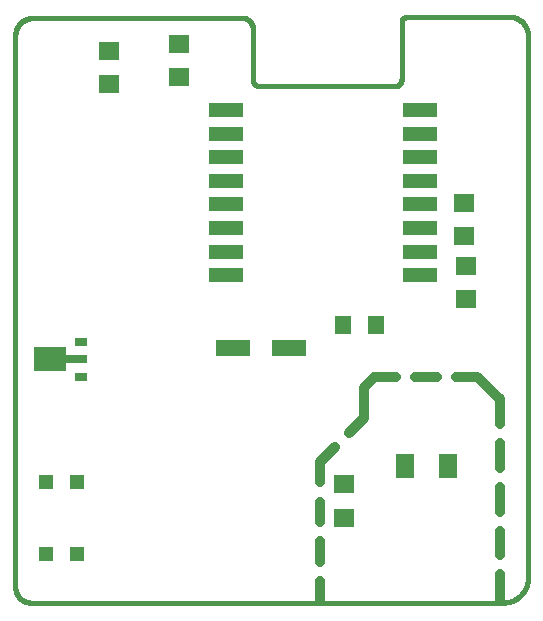
<source format=gtp>
G75*
%MOIN*%
%OFA0B0*%
%FSLAX25Y25*%
%IPPOS*%
%LPD*%
%AMOC8*
5,1,8,0,0,1.08239X$1,22.5*
%
%ADD10C,0.03200*%
%ADD11C,0.01600*%
%ADD12R,0.05512X0.06299*%
%ADD13R,0.07087X0.06299*%
%ADD14R,0.11811X0.04724*%
%ADD15R,0.11811X0.05512*%
%ADD16R,0.04331X0.02756*%
%ADD17R,0.11024X0.07874*%
%ADD18R,0.05000X0.02500*%
%ADD19R,0.05906X0.08268*%
%ADD20R,0.04724X0.04724*%
D10*
X0137233Y0044645D02*
X0137233Y0051459D01*
X0137233Y0057859D02*
X0137233Y0064673D01*
X0137233Y0071073D02*
X0137233Y0077887D01*
X0137233Y0084287D02*
X0137233Y0091102D01*
X0142254Y0096122D01*
X0146779Y0100648D02*
X0151800Y0105669D01*
X0151800Y0115905D01*
X0155343Y0119448D01*
X0162494Y0119448D01*
X0168894Y0119448D02*
X0176045Y0119448D01*
X0182445Y0119448D02*
X0189595Y0119448D01*
X0197076Y0111968D01*
X0197076Y0103781D01*
X0197076Y0097381D02*
X0197076Y0089194D01*
X0197076Y0082794D02*
X0197076Y0074606D01*
X0197076Y0068206D02*
X0197076Y0060019D01*
X0197076Y0053619D02*
X0197076Y0045432D01*
D11*
X0198257Y0044251D02*
X0040776Y0044251D01*
X0040635Y0044253D01*
X0040494Y0044259D01*
X0040353Y0044268D01*
X0040213Y0044282D01*
X0040073Y0044300D01*
X0039934Y0044321D01*
X0039795Y0044346D01*
X0039657Y0044375D01*
X0039520Y0044408D01*
X0039383Y0044444D01*
X0039248Y0044484D01*
X0039114Y0044528D01*
X0038981Y0044576D01*
X0038850Y0044627D01*
X0038720Y0044682D01*
X0038592Y0044741D01*
X0038465Y0044802D01*
X0038340Y0044868D01*
X0038217Y0044937D01*
X0038096Y0045009D01*
X0037977Y0045084D01*
X0037860Y0045163D01*
X0037745Y0045245D01*
X0037632Y0045330D01*
X0037522Y0045418D01*
X0037415Y0045509D01*
X0037310Y0045604D01*
X0037207Y0045701D01*
X0037108Y0045800D01*
X0037011Y0045903D01*
X0036916Y0046008D01*
X0036825Y0046115D01*
X0036737Y0046225D01*
X0036652Y0046338D01*
X0036570Y0046453D01*
X0036491Y0046570D01*
X0036416Y0046689D01*
X0036344Y0046810D01*
X0036275Y0046933D01*
X0036209Y0047058D01*
X0036148Y0047185D01*
X0036089Y0047313D01*
X0036034Y0047443D01*
X0035983Y0047574D01*
X0035935Y0047707D01*
X0035891Y0047841D01*
X0035851Y0047976D01*
X0035815Y0048113D01*
X0035782Y0048250D01*
X0035753Y0048388D01*
X0035728Y0048527D01*
X0035707Y0048666D01*
X0035689Y0048806D01*
X0035675Y0048946D01*
X0035666Y0049087D01*
X0035660Y0049228D01*
X0035658Y0049369D01*
X0035658Y0233228D01*
X0035660Y0233380D01*
X0035666Y0233532D01*
X0035676Y0233684D01*
X0035689Y0233835D01*
X0035707Y0233986D01*
X0035728Y0234137D01*
X0035754Y0234287D01*
X0035783Y0234436D01*
X0035816Y0234585D01*
X0035853Y0234732D01*
X0035893Y0234879D01*
X0035938Y0235024D01*
X0035986Y0235168D01*
X0036038Y0235311D01*
X0036093Y0235453D01*
X0036152Y0235593D01*
X0036215Y0235732D01*
X0036281Y0235869D01*
X0036351Y0236004D01*
X0036424Y0236137D01*
X0036501Y0236268D01*
X0036581Y0236398D01*
X0036664Y0236525D01*
X0036750Y0236650D01*
X0036840Y0236773D01*
X0036933Y0236893D01*
X0037029Y0237011D01*
X0037128Y0237127D01*
X0037230Y0237240D01*
X0037334Y0237350D01*
X0037442Y0237458D01*
X0037552Y0237562D01*
X0037665Y0237664D01*
X0037781Y0237763D01*
X0037899Y0237859D01*
X0038019Y0237952D01*
X0038142Y0238042D01*
X0038267Y0238128D01*
X0038394Y0238211D01*
X0038524Y0238291D01*
X0038655Y0238368D01*
X0038788Y0238441D01*
X0038923Y0238511D01*
X0039060Y0238577D01*
X0039199Y0238640D01*
X0039339Y0238699D01*
X0039481Y0238754D01*
X0039624Y0238806D01*
X0039768Y0238854D01*
X0039913Y0238899D01*
X0040060Y0238939D01*
X0040207Y0238976D01*
X0040356Y0239009D01*
X0040505Y0239038D01*
X0040655Y0239064D01*
X0040806Y0239085D01*
X0040957Y0239103D01*
X0041108Y0239116D01*
X0041260Y0239126D01*
X0041412Y0239132D01*
X0041564Y0239134D01*
X0041564Y0239133D02*
X0111249Y0239133D01*
X0111365Y0239131D01*
X0111481Y0239125D01*
X0111596Y0239116D01*
X0111711Y0239103D01*
X0111826Y0239086D01*
X0111940Y0239065D01*
X0112054Y0239040D01*
X0112166Y0239012D01*
X0112277Y0238980D01*
X0112388Y0238945D01*
X0112497Y0238906D01*
X0112605Y0238863D01*
X0112711Y0238817D01*
X0112816Y0238768D01*
X0112919Y0238715D01*
X0113021Y0238658D01*
X0113120Y0238599D01*
X0113217Y0238536D01*
X0113313Y0238470D01*
X0113406Y0238401D01*
X0113497Y0238329D01*
X0113585Y0238254D01*
X0113671Y0238176D01*
X0113754Y0238095D01*
X0113835Y0238012D01*
X0113913Y0237926D01*
X0113988Y0237838D01*
X0114060Y0237747D01*
X0114129Y0237654D01*
X0114195Y0237558D01*
X0114258Y0237461D01*
X0114317Y0237362D01*
X0114374Y0237260D01*
X0114427Y0237157D01*
X0114476Y0237052D01*
X0114522Y0236946D01*
X0114565Y0236838D01*
X0114604Y0236729D01*
X0114639Y0236618D01*
X0114671Y0236507D01*
X0114699Y0236395D01*
X0114724Y0236281D01*
X0114745Y0236167D01*
X0114762Y0236052D01*
X0114775Y0235937D01*
X0114784Y0235822D01*
X0114790Y0235706D01*
X0114792Y0235590D01*
X0114792Y0218661D01*
X0114794Y0218566D01*
X0114800Y0218471D01*
X0114809Y0218376D01*
X0114823Y0218282D01*
X0114840Y0218189D01*
X0114861Y0218096D01*
X0114885Y0218004D01*
X0114914Y0217913D01*
X0114945Y0217823D01*
X0114981Y0217735D01*
X0115020Y0217648D01*
X0115063Y0217563D01*
X0115108Y0217480D01*
X0115158Y0217399D01*
X0115210Y0217319D01*
X0115266Y0217242D01*
X0115324Y0217167D01*
X0115386Y0217095D01*
X0115451Y0217025D01*
X0115518Y0216958D01*
X0115588Y0216893D01*
X0115660Y0216831D01*
X0115735Y0216773D01*
X0115812Y0216717D01*
X0115892Y0216665D01*
X0115973Y0216615D01*
X0116056Y0216570D01*
X0116141Y0216527D01*
X0116228Y0216488D01*
X0116316Y0216452D01*
X0116406Y0216421D01*
X0116497Y0216392D01*
X0116589Y0216368D01*
X0116682Y0216347D01*
X0116775Y0216330D01*
X0116869Y0216316D01*
X0116964Y0216307D01*
X0117059Y0216301D01*
X0117154Y0216299D01*
X0117154Y0216298D02*
X0162036Y0216298D01*
X0162036Y0216299D02*
X0162131Y0216301D01*
X0162226Y0216307D01*
X0162321Y0216316D01*
X0162415Y0216330D01*
X0162508Y0216347D01*
X0162601Y0216368D01*
X0162693Y0216392D01*
X0162784Y0216421D01*
X0162874Y0216452D01*
X0162962Y0216488D01*
X0163049Y0216527D01*
X0163134Y0216570D01*
X0163217Y0216615D01*
X0163298Y0216665D01*
X0163378Y0216717D01*
X0163455Y0216773D01*
X0163530Y0216831D01*
X0163602Y0216893D01*
X0163672Y0216958D01*
X0163739Y0217025D01*
X0163804Y0217095D01*
X0163866Y0217167D01*
X0163924Y0217242D01*
X0163980Y0217319D01*
X0164032Y0217399D01*
X0164082Y0217480D01*
X0164127Y0217563D01*
X0164170Y0217648D01*
X0164209Y0217735D01*
X0164245Y0217823D01*
X0164276Y0217913D01*
X0164305Y0218004D01*
X0164329Y0218096D01*
X0164350Y0218189D01*
X0164367Y0218282D01*
X0164381Y0218376D01*
X0164390Y0218471D01*
X0164396Y0218566D01*
X0164398Y0218661D01*
X0164398Y0237558D01*
X0164400Y0237644D01*
X0164405Y0237730D01*
X0164415Y0237815D01*
X0164428Y0237900D01*
X0164445Y0237984D01*
X0164465Y0238068D01*
X0164489Y0238150D01*
X0164517Y0238231D01*
X0164548Y0238312D01*
X0164582Y0238390D01*
X0164620Y0238467D01*
X0164662Y0238543D01*
X0164706Y0238616D01*
X0164754Y0238687D01*
X0164805Y0238757D01*
X0164859Y0238824D01*
X0164915Y0238888D01*
X0164975Y0238950D01*
X0165037Y0239010D01*
X0165101Y0239066D01*
X0165168Y0239120D01*
X0165238Y0239171D01*
X0165309Y0239219D01*
X0165383Y0239263D01*
X0165458Y0239305D01*
X0165535Y0239343D01*
X0165613Y0239377D01*
X0165694Y0239408D01*
X0165775Y0239436D01*
X0165857Y0239460D01*
X0165941Y0239480D01*
X0166025Y0239497D01*
X0166110Y0239510D01*
X0166195Y0239520D01*
X0166281Y0239525D01*
X0166367Y0239527D01*
X0200225Y0239527D01*
X0200382Y0239525D01*
X0200539Y0239519D01*
X0200696Y0239509D01*
X0200852Y0239496D01*
X0201008Y0239478D01*
X0201164Y0239457D01*
X0201319Y0239431D01*
X0201473Y0239402D01*
X0201627Y0239369D01*
X0201779Y0239332D01*
X0201931Y0239292D01*
X0202082Y0239247D01*
X0202231Y0239199D01*
X0202379Y0239147D01*
X0202526Y0239092D01*
X0202672Y0239032D01*
X0202816Y0238970D01*
X0202958Y0238903D01*
X0203099Y0238833D01*
X0203238Y0238760D01*
X0203375Y0238683D01*
X0203510Y0238603D01*
X0203642Y0238519D01*
X0203773Y0238432D01*
X0203902Y0238342D01*
X0204028Y0238249D01*
X0204152Y0238153D01*
X0204274Y0238053D01*
X0204393Y0237951D01*
X0204509Y0237845D01*
X0204623Y0237737D01*
X0204734Y0237626D01*
X0204842Y0237512D01*
X0204948Y0237396D01*
X0205050Y0237277D01*
X0205150Y0237155D01*
X0205246Y0237031D01*
X0205339Y0236905D01*
X0205429Y0236776D01*
X0205516Y0236645D01*
X0205600Y0236513D01*
X0205680Y0236378D01*
X0205757Y0236241D01*
X0205830Y0236102D01*
X0205900Y0235961D01*
X0205967Y0235819D01*
X0206029Y0235675D01*
X0206089Y0235529D01*
X0206144Y0235382D01*
X0206196Y0235234D01*
X0206244Y0235085D01*
X0206289Y0234934D01*
X0206329Y0234782D01*
X0206366Y0234630D01*
X0206399Y0234476D01*
X0206428Y0234322D01*
X0206454Y0234167D01*
X0206475Y0234011D01*
X0206493Y0233855D01*
X0206506Y0233699D01*
X0206516Y0233542D01*
X0206522Y0233385D01*
X0206524Y0233228D01*
X0206524Y0052519D01*
X0206525Y0052519D02*
X0206523Y0052319D01*
X0206515Y0052120D01*
X0206503Y0051920D01*
X0206486Y0051721D01*
X0206465Y0051522D01*
X0206438Y0051324D01*
X0206407Y0051127D01*
X0206371Y0050930D01*
X0206330Y0050735D01*
X0206285Y0050540D01*
X0206235Y0050347D01*
X0206180Y0050155D01*
X0206120Y0049964D01*
X0206056Y0049775D01*
X0205988Y0049587D01*
X0205915Y0049401D01*
X0205837Y0049217D01*
X0205755Y0049035D01*
X0205669Y0048855D01*
X0205578Y0048677D01*
X0205483Y0048501D01*
X0205384Y0048327D01*
X0205280Y0048156D01*
X0205173Y0047988D01*
X0205061Y0047822D01*
X0204946Y0047659D01*
X0204827Y0047499D01*
X0204703Y0047342D01*
X0204576Y0047187D01*
X0204446Y0047036D01*
X0204311Y0046888D01*
X0204174Y0046744D01*
X0204032Y0046602D01*
X0203888Y0046465D01*
X0203740Y0046330D01*
X0203589Y0046200D01*
X0203434Y0046073D01*
X0203277Y0045949D01*
X0203117Y0045830D01*
X0202954Y0045715D01*
X0202788Y0045603D01*
X0202620Y0045496D01*
X0202449Y0045392D01*
X0202275Y0045293D01*
X0202099Y0045198D01*
X0201921Y0045107D01*
X0201741Y0045021D01*
X0201559Y0044939D01*
X0201375Y0044861D01*
X0201189Y0044788D01*
X0201001Y0044720D01*
X0200812Y0044656D01*
X0200621Y0044596D01*
X0200429Y0044541D01*
X0200236Y0044491D01*
X0200041Y0044446D01*
X0199846Y0044405D01*
X0199649Y0044369D01*
X0199452Y0044338D01*
X0199254Y0044311D01*
X0199055Y0044290D01*
X0198856Y0044273D01*
X0198656Y0044261D01*
X0198457Y0044253D01*
X0198257Y0044251D01*
D12*
X0156029Y0136669D03*
X0145006Y0136669D03*
D13*
X0185814Y0145432D03*
X0185814Y0156456D03*
X0185261Y0166298D03*
X0185261Y0177322D03*
X0145107Y0083621D03*
X0145107Y0072598D03*
X0066753Y0217024D03*
X0066753Y0228047D03*
X0090271Y0230580D03*
X0090271Y0219557D03*
D14*
X0105832Y0208480D03*
X0105832Y0200606D03*
X0105832Y0192731D03*
X0105832Y0184857D03*
X0105832Y0176983D03*
X0105832Y0169109D03*
X0105832Y0161235D03*
X0105832Y0153361D03*
X0170399Y0153361D03*
X0170399Y0161235D03*
X0170399Y0169109D03*
X0170399Y0176983D03*
X0170399Y0184857D03*
X0170399Y0192731D03*
X0170399Y0200606D03*
X0170399Y0208480D03*
D15*
X0126987Y0129059D03*
X0108090Y0129059D03*
D16*
X0057697Y0131262D03*
X0057697Y0119451D03*
D17*
X0047264Y0125357D03*
D18*
X0047126Y0125357D03*
X0049094Y0125357D03*
X0051457Y0125357D03*
X0054606Y0125357D03*
X0057362Y0125357D03*
X0044764Y0124963D03*
D19*
X0165580Y0089920D03*
X0179753Y0089920D03*
D20*
X0056270Y0084583D03*
X0046034Y0084583D03*
X0046034Y0060567D03*
X0056270Y0060567D03*
M02*

</source>
